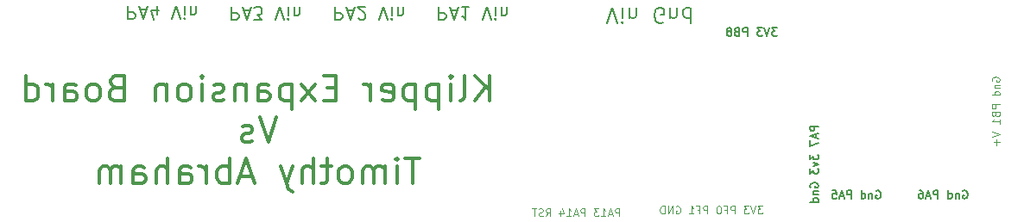
<source format=gbr>
G04 #@! TF.GenerationSoftware,KiCad,Pcbnew,(5.1.5)-3*
G04 #@! TF.CreationDate,2020-05-23T13:52:20-04:00*
G04 #@! TF.ProjectId,STM32_Klipper_Expander,53544d33-325f-44b6-9c69-707065725f45,B*
G04 #@! TF.SameCoordinates,Original*
G04 #@! TF.FileFunction,Legend,Bot*
G04 #@! TF.FilePolarity,Positive*
%FSLAX46Y46*%
G04 Gerber Fmt 4.6, Leading zero omitted, Abs format (unit mm)*
G04 Created by KiCad (PCBNEW (5.1.5)-3) date 2020-05-23 13:52:20*
%MOMM*%
%LPD*%
G04 APERTURE LIST*
%ADD10C,0.300000*%
%ADD11C,0.200000*%
%ADD12C,0.150000*%
%ADD13C,0.100000*%
G04 APERTURE END LIST*
D10*
X146042095Y-88002952D02*
X146042095Y-85502952D01*
X144613523Y-88002952D02*
X145684952Y-86574380D01*
X144613523Y-85502952D02*
X146042095Y-86931523D01*
X143184952Y-88002952D02*
X143423047Y-87883904D01*
X143542095Y-87645809D01*
X143542095Y-85502952D01*
X142232571Y-88002952D02*
X142232571Y-86336285D01*
X142232571Y-85502952D02*
X142351619Y-85622000D01*
X142232571Y-85741047D01*
X142113523Y-85622000D01*
X142232571Y-85502952D01*
X142232571Y-85741047D01*
X141042095Y-86336285D02*
X141042095Y-88836285D01*
X141042095Y-86455333D02*
X140804000Y-86336285D01*
X140327809Y-86336285D01*
X140089714Y-86455333D01*
X139970666Y-86574380D01*
X139851619Y-86812476D01*
X139851619Y-87526761D01*
X139970666Y-87764857D01*
X140089714Y-87883904D01*
X140327809Y-88002952D01*
X140804000Y-88002952D01*
X141042095Y-87883904D01*
X138780190Y-86336285D02*
X138780190Y-88836285D01*
X138780190Y-86455333D02*
X138542095Y-86336285D01*
X138065904Y-86336285D01*
X137827809Y-86455333D01*
X137708761Y-86574380D01*
X137589714Y-86812476D01*
X137589714Y-87526761D01*
X137708761Y-87764857D01*
X137827809Y-87883904D01*
X138065904Y-88002952D01*
X138542095Y-88002952D01*
X138780190Y-87883904D01*
X135565904Y-87883904D02*
X135804000Y-88002952D01*
X136280190Y-88002952D01*
X136518285Y-87883904D01*
X136637333Y-87645809D01*
X136637333Y-86693428D01*
X136518285Y-86455333D01*
X136280190Y-86336285D01*
X135804000Y-86336285D01*
X135565904Y-86455333D01*
X135446857Y-86693428D01*
X135446857Y-86931523D01*
X136637333Y-87169619D01*
X134375428Y-88002952D02*
X134375428Y-86336285D01*
X134375428Y-86812476D02*
X134256380Y-86574380D01*
X134137333Y-86455333D01*
X133899238Y-86336285D01*
X133661142Y-86336285D01*
X130923047Y-86693428D02*
X130089714Y-86693428D01*
X129732571Y-88002952D02*
X130923047Y-88002952D01*
X130923047Y-85502952D01*
X129732571Y-85502952D01*
X128899238Y-88002952D02*
X127589714Y-86336285D01*
X128899238Y-86336285D02*
X127589714Y-88002952D01*
X126637333Y-86336285D02*
X126637333Y-88836285D01*
X126637333Y-86455333D02*
X126399238Y-86336285D01*
X125923047Y-86336285D01*
X125684952Y-86455333D01*
X125565904Y-86574380D01*
X125446857Y-86812476D01*
X125446857Y-87526761D01*
X125565904Y-87764857D01*
X125684952Y-87883904D01*
X125923047Y-88002952D01*
X126399238Y-88002952D01*
X126637333Y-87883904D01*
X123304000Y-88002952D02*
X123304000Y-86693428D01*
X123423047Y-86455333D01*
X123661142Y-86336285D01*
X124137333Y-86336285D01*
X124375428Y-86455333D01*
X123304000Y-87883904D02*
X123542095Y-88002952D01*
X124137333Y-88002952D01*
X124375428Y-87883904D01*
X124494476Y-87645809D01*
X124494476Y-87407714D01*
X124375428Y-87169619D01*
X124137333Y-87050571D01*
X123542095Y-87050571D01*
X123304000Y-86931523D01*
X122113523Y-86336285D02*
X122113523Y-88002952D01*
X122113523Y-86574380D02*
X121994476Y-86455333D01*
X121756380Y-86336285D01*
X121399238Y-86336285D01*
X121161142Y-86455333D01*
X121042095Y-86693428D01*
X121042095Y-88002952D01*
X119970666Y-87883904D02*
X119732571Y-88002952D01*
X119256380Y-88002952D01*
X119018285Y-87883904D01*
X118899238Y-87645809D01*
X118899238Y-87526761D01*
X119018285Y-87288666D01*
X119256380Y-87169619D01*
X119613523Y-87169619D01*
X119851619Y-87050571D01*
X119970666Y-86812476D01*
X119970666Y-86693428D01*
X119851619Y-86455333D01*
X119613523Y-86336285D01*
X119256380Y-86336285D01*
X119018285Y-86455333D01*
X117827809Y-88002952D02*
X117827809Y-86336285D01*
X117827809Y-85502952D02*
X117946857Y-85622000D01*
X117827809Y-85741047D01*
X117708761Y-85622000D01*
X117827809Y-85502952D01*
X117827809Y-85741047D01*
X116280190Y-88002952D02*
X116518285Y-87883904D01*
X116637333Y-87764857D01*
X116756380Y-87526761D01*
X116756380Y-86812476D01*
X116637333Y-86574380D01*
X116518285Y-86455333D01*
X116280190Y-86336285D01*
X115923047Y-86336285D01*
X115684952Y-86455333D01*
X115565904Y-86574380D01*
X115446857Y-86812476D01*
X115446857Y-87526761D01*
X115565904Y-87764857D01*
X115684952Y-87883904D01*
X115923047Y-88002952D01*
X116280190Y-88002952D01*
X114375428Y-86336285D02*
X114375428Y-88002952D01*
X114375428Y-86574380D02*
X114256380Y-86455333D01*
X114018285Y-86336285D01*
X113661142Y-86336285D01*
X113423047Y-86455333D01*
X113304000Y-86693428D01*
X113304000Y-88002952D01*
X109375428Y-86693428D02*
X109018285Y-86812476D01*
X108899238Y-86931523D01*
X108780190Y-87169619D01*
X108780190Y-87526761D01*
X108899238Y-87764857D01*
X109018285Y-87883904D01*
X109256380Y-88002952D01*
X110208761Y-88002952D01*
X110208761Y-85502952D01*
X109375428Y-85502952D01*
X109137333Y-85622000D01*
X109018285Y-85741047D01*
X108899238Y-85979142D01*
X108899238Y-86217238D01*
X109018285Y-86455333D01*
X109137333Y-86574380D01*
X109375428Y-86693428D01*
X110208761Y-86693428D01*
X107351619Y-88002952D02*
X107589714Y-87883904D01*
X107708761Y-87764857D01*
X107827809Y-87526761D01*
X107827809Y-86812476D01*
X107708761Y-86574380D01*
X107589714Y-86455333D01*
X107351619Y-86336285D01*
X106994476Y-86336285D01*
X106756380Y-86455333D01*
X106637333Y-86574380D01*
X106518285Y-86812476D01*
X106518285Y-87526761D01*
X106637333Y-87764857D01*
X106756380Y-87883904D01*
X106994476Y-88002952D01*
X107351619Y-88002952D01*
X104375428Y-88002952D02*
X104375428Y-86693428D01*
X104494476Y-86455333D01*
X104732571Y-86336285D01*
X105208761Y-86336285D01*
X105446857Y-86455333D01*
X104375428Y-87883904D02*
X104613523Y-88002952D01*
X105208761Y-88002952D01*
X105446857Y-87883904D01*
X105565904Y-87645809D01*
X105565904Y-87407714D01*
X105446857Y-87169619D01*
X105208761Y-87050571D01*
X104613523Y-87050571D01*
X104375428Y-86931523D01*
X103184952Y-88002952D02*
X103184952Y-86336285D01*
X103184952Y-86812476D02*
X103065904Y-86574380D01*
X102946857Y-86455333D01*
X102708761Y-86336285D01*
X102470666Y-86336285D01*
X100565904Y-88002952D02*
X100565904Y-85502952D01*
X100565904Y-87883904D02*
X100804000Y-88002952D01*
X101280190Y-88002952D01*
X101518285Y-87883904D01*
X101637333Y-87764857D01*
X101756380Y-87526761D01*
X101756380Y-86812476D01*
X101637333Y-86574380D01*
X101518285Y-86455333D01*
X101280190Y-86336285D01*
X100804000Y-86336285D01*
X100565904Y-86455333D01*
X125149238Y-89552952D02*
X124315904Y-92052952D01*
X123482571Y-89552952D01*
X122768285Y-91933904D02*
X122530190Y-92052952D01*
X122054000Y-92052952D01*
X121815904Y-91933904D01*
X121696857Y-91695809D01*
X121696857Y-91576761D01*
X121815904Y-91338666D01*
X122054000Y-91219619D01*
X122411142Y-91219619D01*
X122649238Y-91100571D01*
X122768285Y-90862476D01*
X122768285Y-90743428D01*
X122649238Y-90505333D01*
X122411142Y-90386285D01*
X122054000Y-90386285D01*
X121815904Y-90505333D01*
X139196857Y-93602952D02*
X137768285Y-93602952D01*
X138482571Y-96102952D02*
X138482571Y-93602952D01*
X136934952Y-96102952D02*
X136934952Y-94436285D01*
X136934952Y-93602952D02*
X137054000Y-93722000D01*
X136934952Y-93841047D01*
X136815904Y-93722000D01*
X136934952Y-93602952D01*
X136934952Y-93841047D01*
X135744476Y-96102952D02*
X135744476Y-94436285D01*
X135744476Y-94674380D02*
X135625428Y-94555333D01*
X135387333Y-94436285D01*
X135030190Y-94436285D01*
X134792095Y-94555333D01*
X134673047Y-94793428D01*
X134673047Y-96102952D01*
X134673047Y-94793428D02*
X134554000Y-94555333D01*
X134315904Y-94436285D01*
X133958761Y-94436285D01*
X133720666Y-94555333D01*
X133601619Y-94793428D01*
X133601619Y-96102952D01*
X132054000Y-96102952D02*
X132292095Y-95983904D01*
X132411142Y-95864857D01*
X132530190Y-95626761D01*
X132530190Y-94912476D01*
X132411142Y-94674380D01*
X132292095Y-94555333D01*
X132054000Y-94436285D01*
X131696857Y-94436285D01*
X131458761Y-94555333D01*
X131339714Y-94674380D01*
X131220666Y-94912476D01*
X131220666Y-95626761D01*
X131339714Y-95864857D01*
X131458761Y-95983904D01*
X131696857Y-96102952D01*
X132054000Y-96102952D01*
X130506380Y-94436285D02*
X129554000Y-94436285D01*
X130149238Y-93602952D02*
X130149238Y-95745809D01*
X130030190Y-95983904D01*
X129792095Y-96102952D01*
X129554000Y-96102952D01*
X128720666Y-96102952D02*
X128720666Y-93602952D01*
X127649238Y-96102952D02*
X127649238Y-94793428D01*
X127768285Y-94555333D01*
X128006380Y-94436285D01*
X128363523Y-94436285D01*
X128601619Y-94555333D01*
X128720666Y-94674380D01*
X126696857Y-94436285D02*
X126101619Y-96102952D01*
X125506380Y-94436285D02*
X126101619Y-96102952D01*
X126339714Y-96698190D01*
X126458761Y-96817238D01*
X126696857Y-96936285D01*
X122768285Y-95388666D02*
X121577809Y-95388666D01*
X123006380Y-96102952D02*
X122173047Y-93602952D01*
X121339714Y-96102952D01*
X120506380Y-96102952D02*
X120506380Y-93602952D01*
X120506380Y-94555333D02*
X120268285Y-94436285D01*
X119792095Y-94436285D01*
X119554000Y-94555333D01*
X119434952Y-94674380D01*
X119315904Y-94912476D01*
X119315904Y-95626761D01*
X119434952Y-95864857D01*
X119554000Y-95983904D01*
X119792095Y-96102952D01*
X120268285Y-96102952D01*
X120506380Y-95983904D01*
X118244476Y-96102952D02*
X118244476Y-94436285D01*
X118244476Y-94912476D02*
X118125428Y-94674380D01*
X118006380Y-94555333D01*
X117768285Y-94436285D01*
X117530190Y-94436285D01*
X115625428Y-96102952D02*
X115625428Y-94793428D01*
X115744476Y-94555333D01*
X115982571Y-94436285D01*
X116458761Y-94436285D01*
X116696857Y-94555333D01*
X115625428Y-95983904D02*
X115863523Y-96102952D01*
X116458761Y-96102952D01*
X116696857Y-95983904D01*
X116815904Y-95745809D01*
X116815904Y-95507714D01*
X116696857Y-95269619D01*
X116458761Y-95150571D01*
X115863523Y-95150571D01*
X115625428Y-95031523D01*
X114434952Y-96102952D02*
X114434952Y-93602952D01*
X113363523Y-96102952D02*
X113363523Y-94793428D01*
X113482571Y-94555333D01*
X113720666Y-94436285D01*
X114077809Y-94436285D01*
X114315904Y-94555333D01*
X114434952Y-94674380D01*
X111101619Y-96102952D02*
X111101619Y-94793428D01*
X111220666Y-94555333D01*
X111458761Y-94436285D01*
X111934952Y-94436285D01*
X112173047Y-94555333D01*
X111101619Y-95983904D02*
X111339714Y-96102952D01*
X111934952Y-96102952D01*
X112173047Y-95983904D01*
X112292095Y-95745809D01*
X112292095Y-95507714D01*
X112173047Y-95269619D01*
X111934952Y-95150571D01*
X111339714Y-95150571D01*
X111101619Y-95031523D01*
X109911142Y-96102952D02*
X109911142Y-94436285D01*
X109911142Y-94674380D02*
X109792095Y-94555333D01*
X109554000Y-94436285D01*
X109196857Y-94436285D01*
X108958761Y-94555333D01*
X108839714Y-94793428D01*
X108839714Y-96102952D01*
X108839714Y-94793428D02*
X108720666Y-94555333D01*
X108482571Y-94436285D01*
X108125428Y-94436285D01*
X107887333Y-94555333D01*
X107768285Y-94793428D01*
X107768285Y-96102952D01*
D11*
X141052666Y-78746523D02*
X141052666Y-79996523D01*
X141528857Y-79996523D01*
X141647904Y-79937000D01*
X141707428Y-79877476D01*
X141766952Y-79758428D01*
X141766952Y-79579857D01*
X141707428Y-79460809D01*
X141647904Y-79401285D01*
X141528857Y-79341761D01*
X141052666Y-79341761D01*
X142243142Y-79103666D02*
X142838380Y-79103666D01*
X142124095Y-78746523D02*
X142540761Y-79996523D01*
X142957428Y-78746523D01*
X144028857Y-78746523D02*
X143314571Y-78746523D01*
X143671714Y-78746523D02*
X143671714Y-79996523D01*
X143552666Y-79817952D01*
X143433619Y-79698904D01*
X143314571Y-79639380D01*
X145338380Y-79996523D02*
X145755047Y-78746523D01*
X146171714Y-79996523D01*
X146588380Y-78746523D02*
X146588380Y-79579857D01*
X146588380Y-79996523D02*
X146528857Y-79937000D01*
X146588380Y-79877476D01*
X146647904Y-79937000D01*
X146588380Y-79996523D01*
X146588380Y-79877476D01*
X147183619Y-79579857D02*
X147183619Y-78746523D01*
X147183619Y-79460809D02*
X147243142Y-79520333D01*
X147362190Y-79579857D01*
X147540761Y-79579857D01*
X147659809Y-79520333D01*
X147719333Y-79401285D01*
X147719333Y-78746523D01*
D12*
X178275904Y-90490666D02*
X177475904Y-90490666D01*
X177475904Y-90795428D01*
X177514000Y-90871619D01*
X177552095Y-90909714D01*
X177628285Y-90947809D01*
X177742571Y-90947809D01*
X177818761Y-90909714D01*
X177856857Y-90871619D01*
X177894952Y-90795428D01*
X177894952Y-90490666D01*
X178047333Y-91252571D02*
X178047333Y-91633523D01*
X178275904Y-91176380D02*
X177475904Y-91443047D01*
X178275904Y-91709714D01*
X177475904Y-91900190D02*
X177475904Y-92433523D01*
X178275904Y-92090666D01*
X177475904Y-93271619D02*
X177475904Y-93766857D01*
X177780666Y-93500190D01*
X177780666Y-93614476D01*
X177818761Y-93690666D01*
X177856857Y-93728761D01*
X177933047Y-93766857D01*
X178123523Y-93766857D01*
X178199714Y-93728761D01*
X178237809Y-93690666D01*
X178275904Y-93614476D01*
X178275904Y-93385904D01*
X178237809Y-93309714D01*
X178199714Y-93271619D01*
X177742571Y-94033523D02*
X178275904Y-94224000D01*
X177742571Y-94414476D01*
X177475904Y-94643047D02*
X177475904Y-95138285D01*
X177780666Y-94871619D01*
X177780666Y-94985904D01*
X177818761Y-95062095D01*
X177856857Y-95100190D01*
X177933047Y-95138285D01*
X178123523Y-95138285D01*
X178199714Y-95100190D01*
X178237809Y-95062095D01*
X178275904Y-94985904D01*
X178275904Y-94757333D01*
X178237809Y-94681142D01*
X178199714Y-94643047D01*
X177514000Y-96509714D02*
X177475904Y-96433523D01*
X177475904Y-96319238D01*
X177514000Y-96204952D01*
X177590190Y-96128761D01*
X177666380Y-96090666D01*
X177818761Y-96052571D01*
X177933047Y-96052571D01*
X178085428Y-96090666D01*
X178161619Y-96128761D01*
X178237809Y-96204952D01*
X178275904Y-96319238D01*
X178275904Y-96395428D01*
X178237809Y-96509714D01*
X178199714Y-96547809D01*
X177933047Y-96547809D01*
X177933047Y-96395428D01*
X177742571Y-96890666D02*
X178275904Y-96890666D01*
X177818761Y-96890666D02*
X177780666Y-96928761D01*
X177742571Y-97004952D01*
X177742571Y-97119238D01*
X177780666Y-97195428D01*
X177856857Y-97233523D01*
X178275904Y-97233523D01*
X178275904Y-97957333D02*
X177475904Y-97957333D01*
X178237809Y-97957333D02*
X178275904Y-97881142D01*
X178275904Y-97728761D01*
X178237809Y-97652571D01*
X178199714Y-97614476D01*
X178123523Y-97576380D01*
X177894952Y-97576380D01*
X177818761Y-97614476D01*
X177780666Y-97652571D01*
X177742571Y-97728761D01*
X177742571Y-97881142D01*
X177780666Y-97957333D01*
X183942857Y-96850000D02*
X184019047Y-96811904D01*
X184133333Y-96811904D01*
X184247619Y-96850000D01*
X184323809Y-96926190D01*
X184361904Y-97002380D01*
X184400000Y-97154761D01*
X184400000Y-97269047D01*
X184361904Y-97421428D01*
X184323809Y-97497619D01*
X184247619Y-97573809D01*
X184133333Y-97611904D01*
X184057142Y-97611904D01*
X183942857Y-97573809D01*
X183904761Y-97535714D01*
X183904761Y-97269047D01*
X184057142Y-97269047D01*
X183561904Y-97078571D02*
X183561904Y-97611904D01*
X183561904Y-97154761D02*
X183523809Y-97116666D01*
X183447619Y-97078571D01*
X183333333Y-97078571D01*
X183257142Y-97116666D01*
X183219047Y-97192857D01*
X183219047Y-97611904D01*
X182495238Y-97611904D02*
X182495238Y-96811904D01*
X182495238Y-97573809D02*
X182571428Y-97611904D01*
X182723809Y-97611904D01*
X182800000Y-97573809D01*
X182838095Y-97535714D01*
X182876190Y-97459523D01*
X182876190Y-97230952D01*
X182838095Y-97154761D01*
X182800000Y-97116666D01*
X182723809Y-97078571D01*
X182571428Y-97078571D01*
X182495238Y-97116666D01*
X181504761Y-97611904D02*
X181504761Y-96811904D01*
X181200000Y-96811904D01*
X181123809Y-96850000D01*
X181085714Y-96888095D01*
X181047619Y-96964285D01*
X181047619Y-97078571D01*
X181085714Y-97154761D01*
X181123809Y-97192857D01*
X181200000Y-97230952D01*
X181504761Y-97230952D01*
X180742857Y-97383333D02*
X180361904Y-97383333D01*
X180819047Y-97611904D02*
X180552380Y-96811904D01*
X180285714Y-97611904D01*
X179638095Y-96811904D02*
X180019047Y-96811904D01*
X180057142Y-97192857D01*
X180019047Y-97154761D01*
X179942857Y-97116666D01*
X179752380Y-97116666D01*
X179676190Y-97154761D01*
X179638095Y-97192857D01*
X179600000Y-97269047D01*
X179600000Y-97459523D01*
X179638095Y-97535714D01*
X179676190Y-97573809D01*
X179752380Y-97611904D01*
X179942857Y-97611904D01*
X180019047Y-97573809D01*
X180057142Y-97535714D01*
D11*
X120732666Y-78746523D02*
X120732666Y-79996523D01*
X121208857Y-79996523D01*
X121327904Y-79937000D01*
X121387428Y-79877476D01*
X121446952Y-79758428D01*
X121446952Y-79579857D01*
X121387428Y-79460809D01*
X121327904Y-79401285D01*
X121208857Y-79341761D01*
X120732666Y-79341761D01*
X121923142Y-79103666D02*
X122518380Y-79103666D01*
X121804095Y-78746523D02*
X122220761Y-79996523D01*
X122637428Y-78746523D01*
X122935047Y-79996523D02*
X123708857Y-79996523D01*
X123292190Y-79520333D01*
X123470761Y-79520333D01*
X123589809Y-79460809D01*
X123649333Y-79401285D01*
X123708857Y-79282238D01*
X123708857Y-78984619D01*
X123649333Y-78865571D01*
X123589809Y-78806047D01*
X123470761Y-78746523D01*
X123113619Y-78746523D01*
X122994571Y-78806047D01*
X122935047Y-78865571D01*
X125018380Y-79996523D02*
X125435047Y-78746523D01*
X125851714Y-79996523D01*
X126268380Y-78746523D02*
X126268380Y-79579857D01*
X126268380Y-79996523D02*
X126208857Y-79937000D01*
X126268380Y-79877476D01*
X126327904Y-79937000D01*
X126268380Y-79996523D01*
X126268380Y-79877476D01*
X126863619Y-79579857D02*
X126863619Y-78746523D01*
X126863619Y-79460809D02*
X126923142Y-79520333D01*
X127042190Y-79579857D01*
X127220761Y-79579857D01*
X127339809Y-79520333D01*
X127399333Y-79401285D01*
X127399333Y-78746523D01*
X157535714Y-80321428D02*
X158035714Y-78821428D01*
X158535714Y-80321428D01*
X159035714Y-78821428D02*
X159035714Y-79821428D01*
X159035714Y-80321428D02*
X158964285Y-80250000D01*
X159035714Y-80178571D01*
X159107142Y-80250000D01*
X159035714Y-80321428D01*
X159035714Y-80178571D01*
X159750000Y-79821428D02*
X159750000Y-78821428D01*
X159750000Y-79678571D02*
X159821428Y-79750000D01*
X159964285Y-79821428D01*
X160178571Y-79821428D01*
X160321428Y-79750000D01*
X160392857Y-79607142D01*
X160392857Y-78821428D01*
X163035714Y-80250000D02*
X162892857Y-80321428D01*
X162678571Y-80321428D01*
X162464285Y-80250000D01*
X162321428Y-80107142D01*
X162250000Y-79964285D01*
X162178571Y-79678571D01*
X162178571Y-79464285D01*
X162250000Y-79178571D01*
X162321428Y-79035714D01*
X162464285Y-78892857D01*
X162678571Y-78821428D01*
X162821428Y-78821428D01*
X163035714Y-78892857D01*
X163107142Y-78964285D01*
X163107142Y-79464285D01*
X162821428Y-79464285D01*
X163750000Y-79821428D02*
X163750000Y-78821428D01*
X163750000Y-79678571D02*
X163821428Y-79750000D01*
X163964285Y-79821428D01*
X164178571Y-79821428D01*
X164321428Y-79750000D01*
X164392857Y-79607142D01*
X164392857Y-78821428D01*
X165750000Y-78821428D02*
X165750000Y-80321428D01*
X165750000Y-78892857D02*
X165607142Y-78821428D01*
X165321428Y-78821428D01*
X165178571Y-78892857D01*
X165107142Y-78964285D01*
X165035714Y-79107142D01*
X165035714Y-79535714D01*
X165107142Y-79678571D01*
X165178571Y-79750000D01*
X165321428Y-79821428D01*
X165607142Y-79821428D01*
X165750000Y-79750000D01*
D12*
X192442857Y-96850000D02*
X192519047Y-96811904D01*
X192633333Y-96811904D01*
X192747619Y-96850000D01*
X192823809Y-96926190D01*
X192861904Y-97002380D01*
X192900000Y-97154761D01*
X192900000Y-97269047D01*
X192861904Y-97421428D01*
X192823809Y-97497619D01*
X192747619Y-97573809D01*
X192633333Y-97611904D01*
X192557142Y-97611904D01*
X192442857Y-97573809D01*
X192404761Y-97535714D01*
X192404761Y-97269047D01*
X192557142Y-97269047D01*
X192061904Y-97078571D02*
X192061904Y-97611904D01*
X192061904Y-97154761D02*
X192023809Y-97116666D01*
X191947619Y-97078571D01*
X191833333Y-97078571D01*
X191757142Y-97116666D01*
X191719047Y-97192857D01*
X191719047Y-97611904D01*
X190995238Y-97611904D02*
X190995238Y-96811904D01*
X190995238Y-97573809D02*
X191071428Y-97611904D01*
X191223809Y-97611904D01*
X191300000Y-97573809D01*
X191338095Y-97535714D01*
X191376190Y-97459523D01*
X191376190Y-97230952D01*
X191338095Y-97154761D01*
X191300000Y-97116666D01*
X191223809Y-97078571D01*
X191071428Y-97078571D01*
X190995238Y-97116666D01*
X190004761Y-97611904D02*
X190004761Y-96811904D01*
X189700000Y-96811904D01*
X189623809Y-96850000D01*
X189585714Y-96888095D01*
X189547619Y-96964285D01*
X189547619Y-97078571D01*
X189585714Y-97154761D01*
X189623809Y-97192857D01*
X189700000Y-97230952D01*
X190004761Y-97230952D01*
X189242857Y-97383333D02*
X188861904Y-97383333D01*
X189319047Y-97611904D02*
X189052380Y-96811904D01*
X188785714Y-97611904D01*
X188176190Y-96811904D02*
X188328571Y-96811904D01*
X188404761Y-96850000D01*
X188442857Y-96888095D01*
X188519047Y-97002380D01*
X188557142Y-97154761D01*
X188557142Y-97459523D01*
X188519047Y-97535714D01*
X188480952Y-97573809D01*
X188404761Y-97611904D01*
X188252380Y-97611904D01*
X188176190Y-97573809D01*
X188138095Y-97535714D01*
X188100000Y-97459523D01*
X188100000Y-97269047D01*
X188138095Y-97192857D01*
X188176190Y-97154761D01*
X188252380Y-97116666D01*
X188404761Y-97116666D01*
X188480952Y-97154761D01*
X188519047Y-97192857D01*
X188557142Y-97269047D01*
X174226190Y-80811904D02*
X173730952Y-80811904D01*
X173997619Y-81116666D01*
X173883333Y-81116666D01*
X173807142Y-81154761D01*
X173769047Y-81192857D01*
X173730952Y-81269047D01*
X173730952Y-81459523D01*
X173769047Y-81535714D01*
X173807142Y-81573809D01*
X173883333Y-81611904D01*
X174111904Y-81611904D01*
X174188095Y-81573809D01*
X174226190Y-81535714D01*
X173502380Y-80811904D02*
X173235714Y-81611904D01*
X172969047Y-80811904D01*
X172778571Y-80811904D02*
X172283333Y-80811904D01*
X172550000Y-81116666D01*
X172435714Y-81116666D01*
X172359523Y-81154761D01*
X172321428Y-81192857D01*
X172283333Y-81269047D01*
X172283333Y-81459523D01*
X172321428Y-81535714D01*
X172359523Y-81573809D01*
X172435714Y-81611904D01*
X172664285Y-81611904D01*
X172740476Y-81573809D01*
X172778571Y-81535714D01*
X171330952Y-81611904D02*
X171330952Y-80811904D01*
X171026190Y-80811904D01*
X170950000Y-80850000D01*
X170911904Y-80888095D01*
X170873809Y-80964285D01*
X170873809Y-81078571D01*
X170911904Y-81154761D01*
X170950000Y-81192857D01*
X171026190Y-81230952D01*
X171330952Y-81230952D01*
X170264285Y-81192857D02*
X170150000Y-81230952D01*
X170111904Y-81269047D01*
X170073809Y-81345238D01*
X170073809Y-81459523D01*
X170111904Y-81535714D01*
X170150000Y-81573809D01*
X170226190Y-81611904D01*
X170530952Y-81611904D01*
X170530952Y-80811904D01*
X170264285Y-80811904D01*
X170188095Y-80850000D01*
X170150000Y-80888095D01*
X170111904Y-80964285D01*
X170111904Y-81040476D01*
X170150000Y-81116666D01*
X170188095Y-81154761D01*
X170264285Y-81192857D01*
X170530952Y-81192857D01*
X169616666Y-81154761D02*
X169692857Y-81116666D01*
X169730952Y-81078571D01*
X169769047Y-81002380D01*
X169769047Y-80964285D01*
X169730952Y-80888095D01*
X169692857Y-80850000D01*
X169616666Y-80811904D01*
X169464285Y-80811904D01*
X169388095Y-80850000D01*
X169350000Y-80888095D01*
X169311904Y-80964285D01*
X169311904Y-81002380D01*
X169350000Y-81078571D01*
X169388095Y-81116666D01*
X169464285Y-81154761D01*
X169616666Y-81154761D01*
X169692857Y-81192857D01*
X169730952Y-81230952D01*
X169769047Y-81307142D01*
X169769047Y-81459523D01*
X169730952Y-81535714D01*
X169692857Y-81573809D01*
X169616666Y-81611904D01*
X169464285Y-81611904D01*
X169388095Y-81573809D01*
X169350000Y-81535714D01*
X169311904Y-81459523D01*
X169311904Y-81307142D01*
X169350000Y-81230952D01*
X169388095Y-81192857D01*
X169464285Y-81154761D01*
D11*
X130892666Y-78746523D02*
X130892666Y-79996523D01*
X131368857Y-79996523D01*
X131487904Y-79937000D01*
X131547428Y-79877476D01*
X131606952Y-79758428D01*
X131606952Y-79579857D01*
X131547428Y-79460809D01*
X131487904Y-79401285D01*
X131368857Y-79341761D01*
X130892666Y-79341761D01*
X132083142Y-79103666D02*
X132678380Y-79103666D01*
X131964095Y-78746523D02*
X132380761Y-79996523D01*
X132797428Y-78746523D01*
X133154571Y-79877476D02*
X133214095Y-79937000D01*
X133333142Y-79996523D01*
X133630761Y-79996523D01*
X133749809Y-79937000D01*
X133809333Y-79877476D01*
X133868857Y-79758428D01*
X133868857Y-79639380D01*
X133809333Y-79460809D01*
X133095047Y-78746523D01*
X133868857Y-78746523D01*
X135178380Y-79996523D02*
X135595047Y-78746523D01*
X136011714Y-79996523D01*
X136428380Y-78746523D02*
X136428380Y-79579857D01*
X136428380Y-79996523D02*
X136368857Y-79937000D01*
X136428380Y-79877476D01*
X136487904Y-79937000D01*
X136428380Y-79996523D01*
X136428380Y-79877476D01*
X137023619Y-79579857D02*
X137023619Y-78746523D01*
X137023619Y-79460809D02*
X137083142Y-79520333D01*
X137202190Y-79579857D01*
X137380761Y-79579857D01*
X137499809Y-79520333D01*
X137559333Y-79401285D01*
X137559333Y-78746523D01*
D13*
X158767857Y-99339285D02*
X158767857Y-98589285D01*
X158482142Y-98589285D01*
X158410714Y-98625000D01*
X158375000Y-98660714D01*
X158339285Y-98732142D01*
X158339285Y-98839285D01*
X158375000Y-98910714D01*
X158410714Y-98946428D01*
X158482142Y-98982142D01*
X158767857Y-98982142D01*
X158053571Y-99125000D02*
X157696428Y-99125000D01*
X158125000Y-99339285D02*
X157875000Y-98589285D01*
X157625000Y-99339285D01*
X156982142Y-99339285D02*
X157410714Y-99339285D01*
X157196428Y-99339285D02*
X157196428Y-98589285D01*
X157267857Y-98696428D01*
X157339285Y-98767857D01*
X157410714Y-98803571D01*
X156732142Y-98589285D02*
X156267857Y-98589285D01*
X156517857Y-98875000D01*
X156410714Y-98875000D01*
X156339285Y-98910714D01*
X156303571Y-98946428D01*
X156267857Y-99017857D01*
X156267857Y-99196428D01*
X156303571Y-99267857D01*
X156339285Y-99303571D01*
X156410714Y-99339285D01*
X156625000Y-99339285D01*
X156696428Y-99303571D01*
X156732142Y-99267857D01*
X155375000Y-99339285D02*
X155375000Y-98589285D01*
X155089285Y-98589285D01*
X155017857Y-98625000D01*
X154982142Y-98660714D01*
X154946428Y-98732142D01*
X154946428Y-98839285D01*
X154982142Y-98910714D01*
X155017857Y-98946428D01*
X155089285Y-98982142D01*
X155375000Y-98982142D01*
X154660714Y-99125000D02*
X154303571Y-99125000D01*
X154732142Y-99339285D02*
X154482142Y-98589285D01*
X154232142Y-99339285D01*
X153589285Y-99339285D02*
X154017857Y-99339285D01*
X153803571Y-99339285D02*
X153803571Y-98589285D01*
X153875000Y-98696428D01*
X153946428Y-98767857D01*
X154017857Y-98803571D01*
X152946428Y-98839285D02*
X152946428Y-99339285D01*
X153125000Y-98553571D02*
X153303571Y-99089285D01*
X152839285Y-99089285D01*
X151553571Y-99339285D02*
X151803571Y-98982142D01*
X151982142Y-99339285D02*
X151982142Y-98589285D01*
X151696428Y-98589285D01*
X151625000Y-98625000D01*
X151589285Y-98660714D01*
X151553571Y-98732142D01*
X151553571Y-98839285D01*
X151589285Y-98910714D01*
X151625000Y-98946428D01*
X151696428Y-98982142D01*
X151982142Y-98982142D01*
X151267857Y-99303571D02*
X151160714Y-99339285D01*
X150982142Y-99339285D01*
X150910714Y-99303571D01*
X150875000Y-99267857D01*
X150839285Y-99196428D01*
X150839285Y-99125000D01*
X150875000Y-99053571D01*
X150910714Y-99017857D01*
X150982142Y-98982142D01*
X151125000Y-98946428D01*
X151196428Y-98910714D01*
X151232142Y-98875000D01*
X151267857Y-98803571D01*
X151267857Y-98732142D01*
X151232142Y-98660714D01*
X151196428Y-98625000D01*
X151125000Y-98589285D01*
X150946428Y-98589285D01*
X150839285Y-98625000D01*
X150625000Y-98589285D02*
X150196428Y-98589285D01*
X150410714Y-99339285D02*
X150410714Y-98589285D01*
D11*
X110572666Y-78672523D02*
X110572666Y-79922523D01*
X111048857Y-79922523D01*
X111167904Y-79863000D01*
X111227428Y-79803476D01*
X111286952Y-79684428D01*
X111286952Y-79505857D01*
X111227428Y-79386809D01*
X111167904Y-79327285D01*
X111048857Y-79267761D01*
X110572666Y-79267761D01*
X111763142Y-79029666D02*
X112358380Y-79029666D01*
X111644095Y-78672523D02*
X112060761Y-79922523D01*
X112477428Y-78672523D01*
X113429809Y-79505857D02*
X113429809Y-78672523D01*
X113132190Y-79982047D02*
X112834571Y-79089190D01*
X113608380Y-79089190D01*
X114858380Y-79922523D02*
X115275047Y-78672523D01*
X115691714Y-79922523D01*
X116108380Y-78672523D02*
X116108380Y-79505857D01*
X116108380Y-79922523D02*
X116048857Y-79863000D01*
X116108380Y-79803476D01*
X116167904Y-79863000D01*
X116108380Y-79922523D01*
X116108380Y-79803476D01*
X116703619Y-79505857D02*
X116703619Y-78672523D01*
X116703619Y-79386809D02*
X116763142Y-79446333D01*
X116882190Y-79505857D01*
X117060761Y-79505857D01*
X117179809Y-79446333D01*
X117239333Y-79327285D01*
X117239333Y-78672523D01*
D13*
X195319000Y-86053571D02*
X195283285Y-85982142D01*
X195283285Y-85875000D01*
X195319000Y-85767857D01*
X195390428Y-85696428D01*
X195461857Y-85660714D01*
X195604714Y-85625000D01*
X195711857Y-85625000D01*
X195854714Y-85660714D01*
X195926142Y-85696428D01*
X195997571Y-85767857D01*
X196033285Y-85875000D01*
X196033285Y-85946428D01*
X195997571Y-86053571D01*
X195961857Y-86089285D01*
X195711857Y-86089285D01*
X195711857Y-85946428D01*
X195533285Y-86410714D02*
X196033285Y-86410714D01*
X195604714Y-86410714D02*
X195569000Y-86446428D01*
X195533285Y-86517857D01*
X195533285Y-86625000D01*
X195569000Y-86696428D01*
X195640428Y-86732142D01*
X196033285Y-86732142D01*
X196033285Y-87410714D02*
X195283285Y-87410714D01*
X195997571Y-87410714D02*
X196033285Y-87339285D01*
X196033285Y-87196428D01*
X195997571Y-87125000D01*
X195961857Y-87089285D01*
X195890428Y-87053571D01*
X195676142Y-87053571D01*
X195604714Y-87089285D01*
X195569000Y-87125000D01*
X195533285Y-87196428D01*
X195533285Y-87339285D01*
X195569000Y-87410714D01*
X196033285Y-88339285D02*
X195283285Y-88339285D01*
X195283285Y-88625000D01*
X195319000Y-88696428D01*
X195354714Y-88732142D01*
X195426142Y-88767857D01*
X195533285Y-88767857D01*
X195604714Y-88732142D01*
X195640428Y-88696428D01*
X195676142Y-88625000D01*
X195676142Y-88339285D01*
X195640428Y-89339285D02*
X195676142Y-89446428D01*
X195711857Y-89482142D01*
X195783285Y-89517857D01*
X195890428Y-89517857D01*
X195961857Y-89482142D01*
X195997571Y-89446428D01*
X196033285Y-89375000D01*
X196033285Y-89089285D01*
X195283285Y-89089285D01*
X195283285Y-89339285D01*
X195319000Y-89410714D01*
X195354714Y-89446428D01*
X195426142Y-89482142D01*
X195497571Y-89482142D01*
X195569000Y-89446428D01*
X195604714Y-89410714D01*
X195640428Y-89339285D01*
X195640428Y-89089285D01*
X196033285Y-90232142D02*
X196033285Y-89803571D01*
X196033285Y-90017857D02*
X195283285Y-90017857D01*
X195390428Y-89946428D01*
X195461857Y-89875000D01*
X195497571Y-89803571D01*
X195283285Y-91017857D02*
X196033285Y-91267857D01*
X195283285Y-91517857D01*
X195747571Y-91767857D02*
X195747571Y-92339285D01*
X196033285Y-92053571D02*
X195461857Y-92053571D01*
X172785714Y-98339285D02*
X172321428Y-98339285D01*
X172571428Y-98625000D01*
X172464285Y-98625000D01*
X172392857Y-98660714D01*
X172357142Y-98696428D01*
X172321428Y-98767857D01*
X172321428Y-98946428D01*
X172357142Y-99017857D01*
X172392857Y-99053571D01*
X172464285Y-99089285D01*
X172678571Y-99089285D01*
X172750000Y-99053571D01*
X172785714Y-99017857D01*
X172107142Y-98339285D02*
X171857142Y-99089285D01*
X171607142Y-98339285D01*
X171428571Y-98339285D02*
X170964285Y-98339285D01*
X171214285Y-98625000D01*
X171107142Y-98625000D01*
X171035714Y-98660714D01*
X171000000Y-98696428D01*
X170964285Y-98767857D01*
X170964285Y-98946428D01*
X171000000Y-99017857D01*
X171035714Y-99053571D01*
X171107142Y-99089285D01*
X171321428Y-99089285D01*
X171392857Y-99053571D01*
X171428571Y-99017857D01*
X170071428Y-99089285D02*
X170071428Y-98339285D01*
X169785714Y-98339285D01*
X169714285Y-98375000D01*
X169678571Y-98410714D01*
X169642857Y-98482142D01*
X169642857Y-98589285D01*
X169678571Y-98660714D01*
X169714285Y-98696428D01*
X169785714Y-98732142D01*
X170071428Y-98732142D01*
X169071428Y-98696428D02*
X169321428Y-98696428D01*
X169321428Y-99089285D02*
X169321428Y-98339285D01*
X168964285Y-98339285D01*
X168535714Y-98339285D02*
X168464285Y-98339285D01*
X168392857Y-98375000D01*
X168357142Y-98410714D01*
X168321428Y-98482142D01*
X168285714Y-98625000D01*
X168285714Y-98803571D01*
X168321428Y-98946428D01*
X168357142Y-99017857D01*
X168392857Y-99053571D01*
X168464285Y-99089285D01*
X168535714Y-99089285D01*
X168607142Y-99053571D01*
X168642857Y-99017857D01*
X168678571Y-98946428D01*
X168714285Y-98803571D01*
X168714285Y-98625000D01*
X168678571Y-98482142D01*
X168642857Y-98410714D01*
X168607142Y-98375000D01*
X168535714Y-98339285D01*
X167392857Y-99089285D02*
X167392857Y-98339285D01*
X167107142Y-98339285D01*
X167035714Y-98375000D01*
X167000000Y-98410714D01*
X166964285Y-98482142D01*
X166964285Y-98589285D01*
X167000000Y-98660714D01*
X167035714Y-98696428D01*
X167107142Y-98732142D01*
X167392857Y-98732142D01*
X166392857Y-98696428D02*
X166642857Y-98696428D01*
X166642857Y-99089285D02*
X166642857Y-98339285D01*
X166285714Y-98339285D01*
X165607142Y-99089285D02*
X166035714Y-99089285D01*
X165821428Y-99089285D02*
X165821428Y-98339285D01*
X165892857Y-98446428D01*
X165964285Y-98517857D01*
X166035714Y-98553571D01*
X164321428Y-98375000D02*
X164392857Y-98339285D01*
X164500000Y-98339285D01*
X164607142Y-98375000D01*
X164678571Y-98446428D01*
X164714285Y-98517857D01*
X164750000Y-98660714D01*
X164750000Y-98767857D01*
X164714285Y-98910714D01*
X164678571Y-98982142D01*
X164607142Y-99053571D01*
X164500000Y-99089285D01*
X164428571Y-99089285D01*
X164321428Y-99053571D01*
X164285714Y-99017857D01*
X164285714Y-98767857D01*
X164428571Y-98767857D01*
X163964285Y-99089285D02*
X163964285Y-98339285D01*
X163535714Y-99089285D01*
X163535714Y-98339285D01*
X163178571Y-99089285D02*
X163178571Y-98339285D01*
X163000000Y-98339285D01*
X162892857Y-98375000D01*
X162821428Y-98446428D01*
X162785714Y-98517857D01*
X162750000Y-98660714D01*
X162750000Y-98767857D01*
X162785714Y-98910714D01*
X162821428Y-98982142D01*
X162892857Y-99053571D01*
X163000000Y-99089285D01*
X163178571Y-99089285D01*
M02*

</source>
